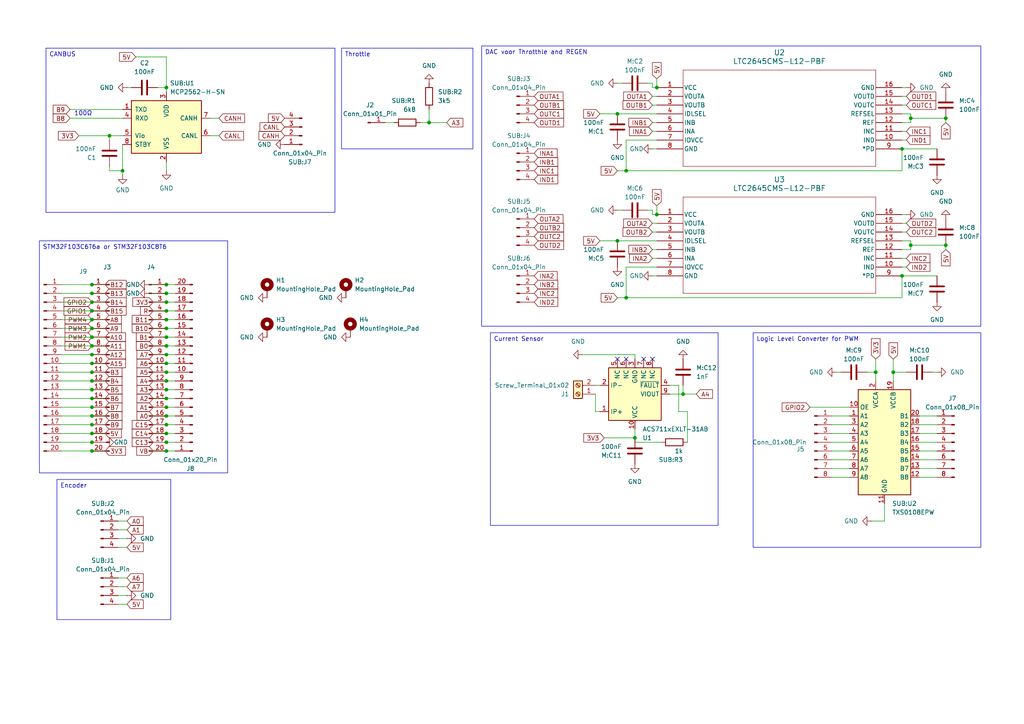
<source format=kicad_sch>
(kicad_sch (version 20231120) (generator "eeschema") (generator_version "8.0")
  (paper "A4")
  (junction (at 26.67 85.09))
  (junction (at 254 107.95))
  (junction (at 48.26 85.09))
  (junction (at 48.26 118.11))
  (junction (at 26.67 102.87))
  (junction (at 181.61 86.36))
  (junction (at 48.26 110.49))
  (junction (at 48.26 120.65))
  (junction (at 26.67 97.79))
  (junction (at 48.26 87.63))
  (junction (at 184.15 127))
  (junction (at 26.67 92.71))
  (junction (at 26.67 107.95))
  (junction (at 48.26 105.41))
  (junction (at 124.46 35.56))
  (junction (at 48.26 125.73))
  (junction (at 26.67 125.73))
  (junction (at 26.67 87.63))
  (junction (at 26.67 82.55))
  (junction (at 48.26 128.27))
  (junction (at 274.32 34.29))
  (junction (at 48.26 95.25))
  (junction (at 264.16 71.12))
  (junction (at 26.67 128.27))
  (junction (at 26.67 118.11))
  (junction (at 259.08 107.95))
  (junction (at 26.67 95.25))
  (junction (at 190.5 62.23))
  (junction (at 26.67 130.81))
  (junction (at 35.56 49.53))
  (junction (at 190.5 25.4))
  (junction (at 48.26 25.4))
  (junction (at 48.26 82.55))
  (junction (at 179.07 33.02))
  (junction (at 179.07 69.85))
  (junction (at 48.26 113.03))
  (junction (at 198.12 114.3))
  (junction (at 261.62 43.18))
  (junction (at 48.26 107.95))
  (junction (at 48.26 100.33))
  (junction (at 48.26 92.71))
  (junction (at 26.67 120.65))
  (junction (at 48.26 102.87))
  (junction (at 26.67 123.19))
  (junction (at 181.61 49.53))
  (junction (at 26.67 115.57))
  (junction (at 274.32 71.12))
  (junction (at 48.26 123.19))
  (junction (at 31.75 39.37))
  (junction (at 48.26 97.79))
  (junction (at 48.26 90.17))
  (junction (at 48.26 130.81))
  (junction (at 26.67 90.17))
  (junction (at 26.67 100.33))
  (junction (at 264.16 34.29))
  (junction (at 26.67 110.49))
  (junction (at 48.26 115.57))
  (junction (at 26.67 105.41))
  (junction (at 26.67 113.03))
  (junction (at 261.62 80.01))
  (no_connect (at 186.69 104.14))
  (no_connect (at 189.23 104.14))
  (no_connect (at 179.07 104.14))
  (no_connect (at 181.61 104.14))
  (wire (pts (xy 172.72 119.38) (xy 173.99 119.38)))
  (wire (pts (xy 26.67 102.87) (xy 30.48 102.87)))
  (wire (pts (xy 44.45 128.27) (xy 48.26 128.27)))
  (wire (pts (xy 190.5 59.69) (xy 190.5 62.23)))
  (wire (pts (xy 50.8 100.33) (xy 48.26 100.33)))
  (wire (pts (xy 17.78 107.95) (xy 26.67 107.95)))
  (wire (pts (xy 60.96 34.29) (xy 63.5 34.29)))
  (wire (pts (xy 252.73 151.13) (xy 256.54 151.13)))
  (wire (pts (xy 271.78 125.73) (xy 266.7 125.73)))
  (wire (pts (xy 179.07 86.36) (xy 181.61 86.36)))
  (wire (pts (xy 189.23 27.94) (xy 190.5 27.94)))
  (wire (pts (xy 254 104.14) (xy 254 107.95)))
  (wire (pts (xy 35.56 49.53) (xy 35.56 50.8)))
  (wire (pts (xy 35.56 49.53) (xy 35.56 41.91)))
  (wire (pts (xy 241.3 133.35) (xy 246.38 133.35)))
  (wire (pts (xy 124.46 31.75) (xy 124.46 35.56)))
  (wire (pts (xy 189.23 62.23) (xy 190.5 62.23)))
  (wire (pts (xy 50.8 113.03) (xy 48.26 113.03)))
  (wire (pts (xy 17.78 85.09) (xy 26.67 85.09)))
  (wire (pts (xy 261.62 80.01) (xy 271.78 80.01)))
  (wire (pts (xy 261.62 86.36) (xy 261.62 80.01)))
  (wire (pts (xy 261.62 43.18) (xy 271.78 43.18)))
  (wire (pts (xy 26.67 100.33) (xy 30.48 100.33)))
  (wire (pts (xy 17.78 87.63) (xy 26.67 87.63)))
  (wire (pts (xy 31.75 40.64) (xy 31.75 39.37)))
  (wire (pts (xy 261.62 49.53) (xy 261.62 43.18)))
  (wire (pts (xy 198.12 111.76) (xy 198.12 114.3)))
  (wire (pts (xy 36.83 153.67) (xy 34.29 153.67)))
  (wire (pts (xy 44.45 87.63) (xy 48.26 87.63)))
  (wire (pts (xy 17.78 125.73) (xy 26.67 125.73)))
  (wire (pts (xy 36.83 151.13) (xy 34.29 151.13)))
  (wire (pts (xy 256.54 151.13) (xy 256.54 146.05)))
  (wire (pts (xy 234.95 118.11) (xy 246.38 118.11)))
  (wire (pts (xy 189.23 25.4) (xy 190.5 25.4)))
  (wire (pts (xy 199.39 119.38) (xy 199.39 128.27)))
  (wire (pts (xy 44.45 123.19) (xy 48.26 123.19)))
  (wire (pts (xy 26.67 107.95) (xy 30.48 107.95)))
  (wire (pts (xy 189.23 67.31) (xy 190.5 67.31)))
  (wire (pts (xy 179.07 33.02) (xy 190.5 33.02)))
  (wire (pts (xy 38.1 25.4) (xy 36.83 25.4)))
  (wire (pts (xy 242.57 107.95) (xy 243.84 107.95)))
  (wire (pts (xy 48.26 16.51) (xy 48.26 25.4)))
  (wire (pts (xy 274.32 71.12) (xy 274.32 72.39)))
  (wire (pts (xy 271.78 130.81) (xy 266.7 130.81)))
  (wire (pts (xy 241.3 135.89) (xy 246.38 135.89)))
  (wire (pts (xy 271.78 128.27) (xy 266.7 128.27)))
  (wire (pts (xy 173.99 111.76) (xy 172.72 111.76)))
  (wire (pts (xy 264.16 72.39) (xy 261.62 72.39)))
  (wire (pts (xy 262.89 25.4) (xy 261.62 25.4)))
  (wire (pts (xy 50.8 107.95) (xy 48.26 107.95)))
  (wire (pts (xy 17.78 110.49) (xy 26.67 110.49)))
  (wire (pts (xy 17.78 90.17) (xy 26.67 90.17)))
  (wire (pts (xy 44.45 110.49) (xy 48.26 110.49)))
  (wire (pts (xy 17.78 118.11) (xy 26.67 118.11)))
  (wire (pts (xy 262.89 107.95) (xy 259.08 107.95)))
  (wire (pts (xy 241.3 138.43) (xy 246.38 138.43)))
  (wire (pts (xy 31.75 48.26) (xy 31.75 49.53)))
  (wire (pts (xy 179.07 69.85) (xy 190.5 69.85)))
  (wire (pts (xy 181.61 77.47) (xy 190.5 77.47)))
  (wire (pts (xy 50.8 97.79) (xy 48.26 97.79)))
  (wire (pts (xy 36.83 172.72) (xy 34.29 172.72)))
  (wire (pts (xy 26.67 123.19) (xy 30.48 123.19)))
  (wire (pts (xy 26.67 115.57) (xy 30.48 115.57)))
  (wire (pts (xy 274.32 34.29) (xy 274.32 35.56)))
  (wire (pts (xy 26.67 120.65) (xy 30.48 120.65)))
  (wire (pts (xy 271.78 133.35) (xy 266.7 133.35)))
  (wire (pts (xy 261.62 33.02) (xy 264.16 33.02)))
  (wire (pts (xy 36.83 175.26) (xy 34.29 175.26)))
  (wire (pts (xy 50.8 125.73) (xy 48.26 125.73)))
  (wire (pts (xy 184.15 124.46) (xy 184.15 127)))
  (wire (pts (xy 43.18 82.55) (xy 48.26 82.55)))
  (wire (pts (xy 50.8 123.19) (xy 48.26 123.19)))
  (wire (pts (xy 17.78 100.33) (xy 26.67 100.33)))
  (wire (pts (xy 189.23 35.56) (xy 190.5 35.56)))
  (wire (pts (xy 17.78 120.65) (xy 26.67 120.65)))
  (wire (pts (xy 17.78 113.03) (xy 26.67 113.03)))
  (wire (pts (xy 271.78 138.43) (xy 266.7 138.43)))
  (wire (pts (xy 17.78 102.87) (xy 26.67 102.87)))
  (wire (pts (xy 274.32 71.12) (xy 264.16 71.12)))
  (wire (pts (xy 181.61 86.36) (xy 261.62 86.36)))
  (wire (pts (xy 261.62 69.85) (xy 264.16 69.85)))
  (wire (pts (xy 181.61 40.64) (xy 190.5 40.64)))
  (wire (pts (xy 184.15 104.14) (xy 184.15 102.87)))
  (wire (pts (xy 184.15 128.27) (xy 191.77 128.27)))
  (wire (pts (xy 26.67 105.41) (xy 30.48 105.41)))
  (wire (pts (xy 48.26 49.53) (xy 48.26 46.99)))
  (wire (pts (xy 50.8 85.09) (xy 48.26 85.09)))
  (wire (pts (xy 187.96 60.96) (xy 189.23 60.96)))
  (wire (pts (xy 34.29 170.18) (xy 36.83 170.18)))
  (wire (pts (xy 173.99 33.02) (xy 179.07 33.02)))
  (wire (pts (xy 179.07 60.96) (xy 180.34 60.96)))
  (wire (pts (xy 259.08 107.95) (xy 259.08 110.49)))
  (wire (pts (xy 17.78 95.25) (xy 26.67 95.25)))
  (wire (pts (xy 172.72 114.3) (xy 172.72 119.38)))
  (wire (pts (xy 184.15 128.27) (xy 184.15 127)))
  (wire (pts (xy 34.29 158.75) (xy 36.83 158.75)))
  (wire (pts (xy 17.78 123.19) (xy 26.67 123.19)))
  (wire (pts (xy 189.23 43.18) (xy 190.5 43.18)))
  (wire (pts (xy 241.3 125.73) (xy 246.38 125.73)))
  (wire (pts (xy 44.45 105.41) (xy 48.26 105.41)))
  (wire (pts (xy 251.46 107.95) (xy 254 107.95)))
  (wire (pts (xy 261.62 74.93) (xy 262.89 74.93)))
  (wire (pts (xy 189.23 74.93) (xy 190.5 74.93)))
  (wire (pts (xy 26.67 95.25) (xy 30.48 95.25)))
  (wire (pts (xy 50.8 105.41) (xy 48.26 105.41)))
  (wire (pts (xy 26.67 90.17) (xy 30.48 90.17)))
  (wire (pts (xy 261.62 38.1) (xy 262.89 38.1)))
  (wire (pts (xy 181.61 77.47) (xy 181.61 86.36)))
  (wire (pts (xy 31.75 49.53) (xy 35.56 49.53)))
  (wire (pts (xy 114.3 35.56) (xy 111.76 35.56)))
  (wire (pts (xy 17.78 82.55) (xy 26.67 82.55)))
  (wire (pts (xy 44.45 125.73) (xy 48.26 125.73)))
  (wire (pts (xy 44.45 90.17) (xy 48.26 90.17)))
  (wire (pts (xy 189.23 64.77) (xy 190.5 64.77)))
  (wire (pts (xy 241.3 120.65) (xy 246.38 120.65)))
  (wire (pts (xy 43.18 85.09) (xy 48.26 85.09)))
  (wire (pts (xy 26.67 87.63) (xy 30.48 87.63)))
  (wire (pts (xy 129.54 35.56) (xy 124.46 35.56)))
  (wire (pts (xy 264.16 34.29) (xy 264.16 35.56)))
  (wire (pts (xy 189.23 60.96) (xy 189.23 62.23)))
  (wire (pts (xy 175.26 127) (xy 184.15 127)))
  (wire (pts (xy 17.78 92.71) (xy 26.67 92.71)))
  (wire (pts (xy 190.5 22.86) (xy 190.5 25.4)))
  (wire (pts (xy 241.3 130.81) (xy 246.38 130.81)))
  (wire (pts (xy 50.8 82.55) (xy 48.26 82.55)))
  (wire (pts (xy 44.45 100.33) (xy 48.26 100.33)))
  (wire (pts (xy 26.67 118.11) (xy 30.48 118.11)))
  (wire (pts (xy 44.45 115.57) (xy 48.26 115.57)))
  (wire (pts (xy 168.91 102.87) (xy 184.15 102.87)))
  (wire (pts (xy 50.8 120.65) (xy 48.26 120.65)))
  (wire (pts (xy 17.78 128.27) (xy 26.67 128.27)))
  (wire (pts (xy 196.85 111.76) (xy 196.85 119.38)))
  (wire (pts (xy 17.78 97.79) (xy 26.67 97.79)))
  (wire (pts (xy 20.32 34.29) (xy 35.56 34.29)))
  (wire (pts (xy 26.67 85.09) (xy 30.48 85.09)))
  (wire (pts (xy 44.45 120.65) (xy 48.26 120.65)))
  (wire (pts (xy 189.23 24.13) (xy 189.23 25.4)))
  (wire (pts (xy 44.45 107.95) (xy 48.26 107.95)))
  (wire (pts (xy 44.45 95.25) (xy 48.26 95.25)))
  (wire (pts (xy 271.78 120.65) (xy 266.7 120.65)))
  (wire (pts (xy 34.29 167.64) (xy 36.83 167.64)))
  (wire (pts (xy 261.62 40.64) (xy 262.89 40.64)))
  (wire (pts (xy 271.78 107.95) (xy 270.51 107.95)))
  (wire (pts (xy 264.16 33.02) (xy 264.16 34.29)))
  (wire (pts (xy 17.78 130.81) (xy 26.67 130.81)))
  (wire (pts (xy 50.8 102.87) (xy 48.26 102.87)))
  (wire (pts (xy 254 107.95) (xy 254 110.49)))
  (wire (pts (xy 261.62 77.47) (xy 262.89 77.47)))
  (wire (pts (xy 189.23 72.39) (xy 190.5 72.39)))
  (wire (pts (xy 264.16 71.12) (xy 264.16 72.39)))
  (wire (pts (xy 60.96 39.37) (xy 63.5 39.37)))
  (wire (pts (xy 50.8 90.17) (xy 48.26 90.17)))
  (wire (pts (xy 48.26 26.67) (xy 48.26 25.4)))
  (wire (pts (xy 50.8 110.49) (xy 48.26 110.49)))
  (wire (pts (xy 241.3 123.19) (xy 246.38 123.19)))
  (wire (pts (xy 50.8 92.71) (xy 48.26 92.71)))
  (wire (pts (xy 259.08 104.14) (xy 259.08 107.95)))
  (wire (pts (xy 44.45 92.71) (xy 48.26 92.71)))
  (wire (pts (xy 187.96 24.13) (xy 189.23 24.13)))
  (wire (pts (xy 26.67 130.81) (xy 30.48 130.81)))
  (wire (pts (xy 181.61 49.53) (xy 261.62 49.53)))
  (wire (pts (xy 189.23 38.1) (xy 190.5 38.1)))
  (wire (pts (xy 189.23 80.01) (xy 190.5 80.01)))
  (wire (pts (xy 274.32 34.29) (xy 264.16 34.29)))
  (wire (pts (xy 26.67 128.27) (xy 30.48 128.27)))
  (wire (pts (xy 44.45 102.87) (xy 48.26 102.87)))
  (wire (pts (xy 261.62 30.48) (xy 262.89 30.48)))
  (wire (pts (xy 26.67 113.03) (xy 30.48 113.03)))
  (wire (pts (xy 179.07 24.13) (xy 180.34 24.13)))
  (wire (pts (xy 31.75 39.37) (xy 35.56 39.37)))
  (wire (pts (xy 26.67 92.71) (xy 30.48 92.71)))
  (wire (pts (xy 189.23 30.48) (xy 190.5 30.48)))
  (wire (pts (xy 262.89 62.23) (xy 261.62 62.23)))
  (wire (pts (xy 44.45 113.03) (xy 48.26 113.03)))
  (wire (pts (xy 50.8 87.63) (xy 48.26 87.63)))
  (wire (pts (xy 26.67 125.73) (xy 30.48 125.73)))
  (wire (pts (xy 173.99 69.85) (xy 179.07 69.85)))
  (wire (pts (xy 194.31 111.76) (xy 196.85 111.76)))
  (wire (pts (xy 34.29 156.21) (xy 36.83 156.21)))
  (wire (pts (xy 26.67 82.55) (xy 30.48 82.55)))
  (wire (pts (xy 261.62 67.31) (xy 262.89 67.31)))
  (wire (pts (xy 20.32 31.75) (xy 35.56 31.75)))
  (wire (pts (xy 44.45 97.79) (xy 48.26 97.79)))
  (wire (pts (xy 22.86 39.37) (xy 31.75 39.37)))
  (wire (pts (xy 50.8 128.27) (xy 48.26 128.27)))
  (wire (pts (xy 261.62 27.94) (xy 262.89 27.94)))
  (wire (pts (xy 271.78 135.89) (xy 266.7 135.89)))
  (wire (pts (xy 50.8 130.81) (xy 48.26 130.81)))
  (wire (pts (xy 261.62 64.77) (xy 262.89 64.77)))
  (wire (pts (xy 26.67 110.49) (xy 30.48 110.49)))
  (wire (pts (xy 39.37 16.51) (xy 48.26 16.51)))
  (wire (pts (xy 26.67 97.79) (xy 30.48 97.79)))
  (wire (pts (xy 194.31 114.3) (xy 198.12 114.3)))
  (wire (pts (xy 179.07 49.53) (xy 181.61 49.53)))
  (wire (pts (xy 196.85 119.38) (xy 199.39 119.38)))
  (wire (pts (xy 50.8 118.11) (xy 48.26 118.11)))
  (wire (pts (xy 241.3 128.27) (xy 246.38 128.27)))
  (wire (pts (xy 121.92 35.56) (xy 124.46 35.56)))
  (wire (pts (xy 198.12 114.3) (xy 201.93 114.3)))
  (wire (pts (xy 17.78 105.41) (xy 26.67 105.41)))
  (wire (pts (xy 181.61 40.64) (xy 181.61 49.53)))
  (wire (pts (xy 44.45 130.81) (xy 48.26 130.81)))
  (wire (pts (xy 50.8 95.25) (xy 48.26 95.25)))
  (wire (pts (xy 44.45 118.11) (xy 48.26 118.11)))
  (wire (pts (xy 50.8 115.57) (xy 48.26 115.57)))
  (wire (pts (xy 45.72 25.4) (xy 48.26 25.4)))
  (wire (pts (xy 271.78 123.19) (xy 266.7 123.19)))
  (wire (pts (xy 17.78 115.57) (xy 26.67 115.57)))
  (wire (pts (xy 264.16 35.56) (xy 261.62 35.56)))
  (wire (pts (xy 264.16 69.85) (xy 264.16 71.12)))
  (text_box "Encoder" (at 16.51 139.065 0) (size 33.02 40.64) (effects (font (size 1.27 1.27)) (justify left top)))
  (text_box "DAC voor Throtthle and REGEN" (at 139.7 13.335 0) (size 144.78 81.28) (effects (font (size 1.27 1.27)) (justify left top)))
  (text_box "Current Sensor" (at 142.24 96.52 0) (size 66.04 55.88) (effects (font (size 1.27 1.27)) (justify left top)))
  (text_box "CANBUS\n" (at 13.335 13.97 0) (size 83.82 47.625) (effects (font (size 1.27 1.27)) (justify left top)))
  (text_box "STM32F103C6T6a or STM32F103C8T6" (at 11.43 69.85 0) (size 54.61 67.31) (effects (font (size 1.27 1.27)) (justify left top)))
  (text_box "Throttle\n" (at 99.06 13.97 0) (size 38.1 29.21) (effects (font (size 1.27 1.27)) (justify left top)))
  (text_box "Logic Level Converter for PWM" (at 218.44 96.52 0) (size 66.04 62.23) (effects (font (size 1.27 1.27)) (justify left top)))
  (text "100Ω" (at 24.13 33.02 0) (effects (font (size 1.27 1.27))))
  (global_label "OUTC2" (shape input) (at 154.94 68.58 0) (property "Intersheetrefs" "${INTERSHEET_REFS}" (effects (hide yes))))
  (global_label "3V3" (shape input) (at 175.26 127 180) (property "Intersheetrefs" "${INTERSHEET_REFS}" (effects (hide yes))))
  (global_label "B13" (shape input) (at 30.48 85.09 0) (property "Intersheetrefs" "${INTERSHEET_REFS}" (effects (hide yes))))
  (global_label "A9" (shape input) (at 30.48 95.25 0) (property "Intersheetrefs" "${INTERSHEET_REFS}" (effects (hide yes))))
  (global_label "IND1" (shape input) (at 262.89 40.64 0) (property "Intersheetrefs" "${INTERSHEET_REFS}" (effects (hide yes))))
  (global_label "B0" (shape input) (at 44.45 100.33 180) (property "Intersheetrefs" "${INTERSHEET_REFS}" (effects (hide yes))))
  (global_label "INA2" (shape input) (at 189.23 74.93 180) (property "Intersheetrefs" "${INTERSHEET_REFS}" (effects (hide yes))))
  (global_label "PWM3" (shape input) (at 26.67 95.25 180) (property "Intersheetrefs" "${INTERSHEET_REFS}" (effects (hide yes))))
  (global_label "OUTA2" (shape input) (at 154.94 63.5 0) (property "Intersheetrefs" "${INTERSHEET_REFS}" (effects (hide yes))))
  (global_label "5V" (shape input) (at 274.32 72.39 270) (property "Intersheetrefs" "${INTERSHEET_REFS}" (effects (hide yes))))
  (global_label "A3" (shape input) (at 44.45 113.03 180) (property "Intersheetrefs" "${INTERSHEET_REFS}" (effects (hide yes))))
  (global_label "A7" (shape input) (at 36.83 170.18 0) (property "Intersheetrefs" "${INTERSHEET_REFS}" (effects (hide yes))))
  (global_label "OUTD1" (shape input) (at 262.89 27.94 0) (property "Intersheetrefs" "${INTERSHEET_REFS}" (effects (hide yes))))
  (global_label "CANL" (shape input) (at 82.55 36.83 180) (property "Intersheetrefs" "${INTERSHEET_REFS}" (effects (hide yes))))
  (global_label "5V" (shape input) (at 274.32 35.56 270) (property "Intersheetrefs" "${INTERSHEET_REFS}" (effects (hide yes))))
  (global_label "OUTB1" (shape input) (at 154.94 30.48 0) (property "Intersheetrefs" "${INTERSHEET_REFS}" (effects (hide yes))))
  (global_label "OUTB2" (shape input) (at 189.23 67.31 180) (property "Intersheetrefs" "${INTERSHEET_REFS}" (effects (hide yes))))
  (global_label "IND2" (shape input) (at 262.89 77.47 0) (property "Intersheetrefs" "${INTERSHEET_REFS}" (effects (hide yes))))
  (global_label "5V" (shape input) (at 36.83 158.75 0) (property "Intersheetrefs" "${INTERSHEET_REFS}" (effects (hide yes))))
  (global_label "OUTB2" (shape input) (at 154.94 66.04 0) (property "Intersheetrefs" "${INTERSHEET_REFS}" (effects (hide yes))))
  (global_label "A1" (shape input) (at 36.83 153.67 0) (property "Intersheetrefs" "${INTERSHEET_REFS}" (effects (hide yes))))
  (global_label "OUTD2" (shape input) (at 154.94 71.12 0) (property "Intersheetrefs" "${INTERSHEET_REFS}" (effects (hide yes))))
  (global_label "PWM2" (shape input) (at 26.67 97.79 180) (property "Intersheetrefs" "${INTERSHEET_REFS}" (effects (hide yes))))
  (global_label "OUTD1" (shape input) (at 154.94 35.56 0) (property "Intersheetrefs" "${INTERSHEET_REFS}" (effects (hide yes))))
  (global_label "3V3" (shape input) (at 44.45 87.63 180) (property "Intersheetrefs" "${INTERSHEET_REFS}" (effects (hide yes))))
  (global_label "INB2" (shape input) (at 189.23 72.39 180) (property "Intersheetrefs" "${INTERSHEET_REFS}" (effects (hide yes))))
  (global_label "B12" (shape input) (at 30.48 82.55 0) (property "Intersheetrefs" "${INTERSHEET_REFS}" (effects (hide yes))))
  (global_label "A2" (shape input) (at 44.45 115.57 180) (property "Intersheetrefs" "${INTERSHEET_REFS}" (effects (hide yes))))
  (global_label "A0" (shape input) (at 44.45 120.65 180) (property "Intersheetrefs" "${INTERSHEET_REFS}" (effects (hide yes))))
  (global_label "5V" (shape input) (at 82.55 34.29 180) (property "Intersheetrefs" "${INTERSHEET_REFS}" (effects (hide yes))))
  (global_label "VB" (shape input) (at 44.45 130.81 180) (property "Intersheetrefs" "${INTERSHEET_REFS}" (effects (hide yes))))
  (global_label "CANH" (shape input) (at 82.55 39.37 180) (property "Intersheetrefs" "${INTERSHEET_REFS}" (effects (hide yes))))
  (global_label "A6" (shape input) (at 44.45 105.41 180) (property "Intersheetrefs" "${INTERSHEET_REFS}" (effects (hide yes))))
  (global_label "OUTB1" (shape input) (at 189.23 30.48 180) (property "Intersheetrefs" "${INTERSHEET_REFS}" (effects (hide yes))))
  (global_label "IND1" (shape input) (at 154.94 52.07 0) (property "Intersheetrefs" "${INTERSHEET_REFS}" (effects (hide yes))))
  (global_label "OUTD2" (shape input) (at 262.89 64.77 0) (property "Intersheetrefs" "${INTERSHEET_REFS}" (effects (hide yes))))
  (global_label "OUTA1" (shape input) (at 189.23 27.94 180) (property "Intersheetrefs" "${INTERSHEET_REFS}" (effects (hide yes))))
  (global_label "5V" (shape input) (at 179.07 49.53 180) (property "Intersheetrefs" "${INTERSHEET_REFS}" (effects (hide yes))))
  (global_label "GPIO2" (shape input) (at 26.67 87.63 180) (property "Intersheetrefs" "${INTERSHEET_REFS}" (effects (hide yes))))
  (global_label "GPIO2" (shape input) (at 234.95 118.11 180) (property "Intersheetrefs" "${INTERSHEET_REFS}" (effects (hide yes))))
  (global_label "A0" (shape input) (at 36.83 151.13 0) (property "Intersheetrefs" "${INTERSHEET_REFS}" (effects (hide yes))))
  (global_label "A5" (shape input) (at 44.45 107.95 180) (property "Intersheetrefs" "${INTERSHEET_REFS}" (effects (hide yes))))
  (global_label "3V3" (shape input) (at 30.48 130.81 0) (property "Intersheetrefs" "${INTERSHEET_REFS}" (effects (hide yes))))
  (global_label "B9" (shape input) (at 20.32 31.75 180) (property "Intersheetrefs" "${INTERSHEET_REFS}" (effects (hide yes))))
  (global_label "B8" (shape input) (at 20.32 34.29 180) (property "Intersheetrefs" "${INTERSHEET_REFS}" (effects (hide yes))))
  (global_label "OUTA2" (shape input) (at 189.23 64.77 180) (property "Intersheetrefs" "${INTERSHEET_REFS}" (effects (hide yes))))
  (global_label "INA2" (shape input) (at 154.94 80.01 0) (property "Intersheetrefs" "${INTERSHEET_REFS}" (effects (hide yes))))
  (global_label "A3" (shape input) (at 129.54 35.56 0) (property "Intersheetrefs" "${INTERSHEET_REFS}" (effects (hide yes))))
  (global_label "INC2" (shape input) (at 154.94 85.09 0) (property "Intersheetrefs" "${INTERSHEET_REFS}" (effects (hide yes))))
  (global_label "5V" (shape input) (at 179.07 86.36 180) (property "Intersheetrefs" "${INTERSHEET_REFS}" (effects (hide yes))))
  (global_label "INC1" (shape input) (at 262.89 38.1 0) (property "Intersheetrefs" "${INTERSHEET_REFS}" (effects (hide yes))))
  (global_label "IND2" (shape input) (at 154.94 87.63 0) (property "Intersheetrefs" "${INTERSHEET_REFS}" (effects (hide yes))))
  (global_label "PWM4" (shape input) (at 26.67 92.71 180) (property "Intersheetrefs" "${INTERSHEET_REFS}" (effects (hide yes))))
  (global_label "B7" (shape input) (at 30.48 118.11 0) (property "Intersheetrefs" "${INTERSHEET_REFS}" (effects (hide yes))))
  (global_label "B15" (shape input) (at 30.48 90.17 0) (property "Intersheetrefs" "${INTERSHEET_REFS}" (effects (hide yes))))
  (global_label "B6" (shape input) (at 30.48 115.57 0) (property "Intersheetrefs" "${INTERSHEET_REFS}" (effects (hide yes))))
  (global_label "INB1" (shape input) (at 154.94 46.99 0) (property "Intersheetrefs" "${INTERSHEET_REFS}" (effects (hide yes))))
  (global_label "INC1" (shape input) (at 154.94 49.53 0) (property "Intersheetrefs" "${INTERSHEET_REFS}" (effects (hide yes))))
  (global_label "5V" (shape input) (at 173.99 33.02 180) (property "Intersheetrefs" "${INTERSHEET_REFS}" (effects (hide yes))))
  (global_label "B10" (shape input) (at 44.45 95.25 180) (property "Intersheetrefs" "${INTERSHEET_REFS}" (effects (hide yes))))
  (global_label "A4" (shape input) (at 201.93 114.3 0) (property "Intersheetrefs" "${INTERSHEET_REFS}" (effects (hide yes))))
  (global_label "A10" (shape input) (at 30.48 97.79 0) (property "Intersheetrefs" "${INTERSHEET_REFS}" (effects (hide yes))))
  (global_label "INB2" (shape input) (at 154.94 82.55 0) (property "Intersheetrefs" "${INTERSHEET_REFS}" (effects (hide yes))))
  (global_label "OUTA1" (shape input) (at 154.94 27.94 0) (property "Intersheetrefs" "${INTERSHEET_REFS}" (effects (hide yes))))
  (global_label "R" (shape input) (at 44.45 90.17 180) (property "Intersheetrefs" "${INTERSHEET_REFS}" (effects (hide yes))))
  (global_label "C13" (shape input) (at 44.45 128.27 180) (property "Intersheetrefs" "${INTERSHEET_REFS}" (effects (hide yes))))
  (global_label "PWM1" (shape input) (at 26.67 100.33 180) (property "Intersheetrefs" "${INTERSHEET_REFS}" (effects (hide yes))))
  (global_label "A11" (shape input) (at 30.48 100.33 0) (property "Intersheetrefs" "${INTERSHEET_REFS}" (effects (hide yes))))
  (global_label "3V3" (shape input) (at 254 104.14 90) (property "Intersheetrefs" "${INTERSHEET_REFS}" (effects (hide yes))))
  (global_label "5V" (shape input) (at 39.37 16.51 180) (property "Intersheetrefs" "${INTERSHEET_REFS}" (effects (hide yes))))
  (global_label "INB1" (shape input) (at 189.23 35.56 180) (property "Intersheetrefs" "${INTERSHEET_REFS}" (effects (hide yes))))
  (global_label "B5" (shape input) (at 30.48 113.03 0) (property "Intersheetrefs" "${INTERSHEET_REFS}" (effects (hide yes))))
  (global_label "INC2" (shape input) (at 262.89 74.93 0) (property "Intersheetrefs" "${INTERSHEET_REFS}" (effects (hide yes))))
  (global_label "C14" (shape input) (at 44.45 125.73 180) (property "Intersheetrefs" "${INTERSHEET_REFS}" (effects (hide yes))))
  (global_label "5V" (shape input) (at 190.5 22.86 90) (property "Intersheetrefs" "${INTERSHEET_REFS}" (effects (hide yes))))
  (global_label "INA1" (shape input) (at 189.23 38.1 180) (property "Intersheetrefs" "${INTERSHEET_REFS}" (effects (hide yes))))
  (global_label "C15" (shape input) (at 44.45 123.19 180) (property "Intersheetrefs" "${INTERSHEET_REFS}" (effects (hide yes))))
  (global_label "A15" (shape input) (at 30.48 105.41 0) (property "Intersheetrefs" "${INTERSHEET_REFS}" (effects (hide yes))))
  (global_label "A1" (shape input) (at 44.45 118.11 180) (property "Intersheetrefs" "${INTERSHEET_REFS}" (effects (hide yes))))
  (global_label "B14" (shape input) (at 30.48 87.63 0) (property "Intersheetrefs" "${INTERSHEET_REFS}" (effects (hide yes))))
  (global_label "B3" (shape input) (at 30.48 107.95 0) (property "Intersheetrefs" "${INTERSHEET_REFS}" (effects (hide yes))))
  (global_label "CANL" (shape input) (at 63.5 39.37 0) (property "Intersheetrefs" "${INTERSHEET_REFS}" (effects (hide yes))))
  (global_label "CANH" (shape input) (at 63.5 34.29 0) (property "Intersheetrefs" "${INTERSHEET_REFS}" (effects (hide yes))))
  (global_label "A12" (shape input) (at 30.48 102.87 0) (property "Intersheetrefs" "${INTERSHEET_REFS}" (effects (hide yes))))
  (global_label "5V" (shape input) (at 30.48 125.73 0) (property "Intersheetrefs" "${INTERSHEET_REFS}" (effects (hide yes))))
  (global_label "B9" (shape input) (at 30.48 123.19 0) (property "Intersheetrefs" "${INTERSHEET_REFS}" (effects (hide yes))))
  (global_label "3V3" (shape input) (at 22.86 39.37 180) (property "Intersheetrefs" "${INTERSHEET_REFS}" (effects (hide yes))))
  (global_label "B1" (shape input) (at 44.45 97.79 180) (property "Intersheetrefs" "${INTERSHEET_REFS}" (effects (hide yes))))
  (global_label "OUTC1" (shape input) (at 262.89 30.48 0) (property "Intersheetrefs" "${INTERSHEET_REFS}" (effects (hide yes))))
  (global_label "GPIO1" (shape input) (at 26.67 90.17 180) (property "Intersheetrefs" "${INTERSHEET_REFS}" (effects (hide yes))))
  (global_label "INA1" (shape input) (at 154.94 44.45 0) (property "Intersheetrefs" "${INTERSHEET_REFS}" (effects (hide yes))))
  (global_label "B8" (shape input) (at 30.48 120.65 0) (property "Intersheetrefs" "${INTERSHEET_REFS}" (effects (hide yes))))
  (global_label "OUTC2" (shape input) (at 262.89 67.31 0) (property "Intersheetrefs" "${INTERSHEET_REFS}" (effects (hide yes))))
  (global_label "A8" (shape input) (at 30.48 92.71 0) (property "Intersheetrefs" "${INTERSHEET_REFS}" (effects (hide yes))))
  (global_label "5V" (shape input) (at 36.83 175.26 0) (property "Intersheetrefs" "${INTERSHEET_REFS}" (effects (hide yes))))
  (global_label "A6" (shape input) (at 36.83 167.64 0) (property "Intersheetrefs" "${INTERSHEET_REFS}" (effects (hide yes))))
  (global_label "OUTC1" (shape input) (at 154.94 33.02 0) (property "Intersheetrefs" "${INTERSHEET_REFS}" (effects (hide yes))))
  (global_label "A7" (shape input) (at 44.45 102.87 180) (property "Intersheetrefs" "${INTERSHEET_REFS}" (effects (hide yes))))
  (global_label "5V" (shape input) (at 190.5 59.69 90) (property "Intersheetrefs" "${INTERSHEET_REFS}" (effects (hide yes))))
  (global_label "B4" (shape input) (at 30.48 110.49 0) (property "Intersheetrefs" "${INTERSHEET_REFS}" (effects (hide yes))))
  (global_label "A4" (shape input) (at 44.45 110.49 180) (property "Intersheetrefs" "${INTERSHEET_REFS}" (effects (hide yes))))
  (global_label "5V" (shape input) (at 259.08 104.14 90) (property "Intersheetrefs" "${INTERSHEET_REFS}" (effects (hide yes))))
  (global_label "5V" (shape input) (at 173.99 69.85 180) (property "Intersheetrefs" "${INTERSHEET_REFS}" (effects (hide yes))))
  (global_label "B11" (shape input) (at 44.45 92.71 180) (property "Intersheetrefs" "${INTERSHEET_REFS}" (effects (hide yes))))
  (symbol (lib_id "power:GND") (at 179.07 60.96 270) (unit 1)
    (property "Reference" "#PWR019" (effects (hide yes)))
    (property "Value" "GND" (at 175.26 60.9599 90) (effects (justify right)))
    (property "Description" "Power symbol creates a global label with name \"GND\" , ground" (effects (hide yes)))
  )
  (symbol (lib_id "Connector:Conn_01x04_Pin") (at 87.63 39.37 180) (unit 1)
    (property "Reference" "SUB:J7" (at 86.995 46.99 0))
    (property "Value" "Conn_01x04_Pin" (at 86.995 44.45 0))
    (property "Footprint" "Connector_PinHeader_2.54mm:PinHeader_1x04_P2.54mm_Vertical" (effects (hide yes)))
    (property "Description" "Generic connector, single row, 01x04, script generated" (effects (hide yes)))
  )
  (symbol (lib_id "power:GND") (at 101.6 97.79 270) (unit 1)
    (property "Reference" "#PWR030" (effects (hide yes)))
    (property "Value" "GND" (at 97.79 97.7899 90) (effects (justify right)))
    (property "Description" "Power symbol creates a global label with name \"GND\" , ground" (effects (hide yes)))
  )
  (symbol (lib_id "2024-10-19_12-47-35:LTC2645CMS-L12-PBF") (at 190.5 25.4 0) (unit 1)
    (property "Reference" "U2" (at 226.06 15.24 0) (effects (font (size 1.524 1.524))))
    (property "Value" "LTC2645CMS-L12-PBF" (at 226.06 17.78 0) (effects (font (size 1.524 1.524))))
    (property "Footprint" "RTR_Library:SOP50P490X110-16N" (effects (hide yes)))
    (property "Datasheet" "LTC2645CMS-L12-PBF" (effects (hide yes)))
  )
  (symbol (lib_id "power:GND") (at 262.89 62.23 90) (mirror x) (unit 1)
    (property "Reference" "#PWR021" (effects (hide yes)))
    (property "Value" "GND" (at 266.7 62.2299 90) (effects (justify right)))
    (property "Description" "Power symbol creates a global label with name \"GND\" , ground" (effects (hide yes)))
  )
  (symbol (lib_id "power:GND") (at 271.78 107.95 90) (mirror x) (unit 1)
    (property "Reference" "#PWR024" (effects (hide yes)))
    (property "Value" "GND" (at 275.59 107.9499 90) (effects (justify right)))
    (property "Description" "Power symbol creates a global label with name \"GND\" , ground" (effects (hide yes)))
  )
  (symbol (lib_id "Device:C") (at 31.75 44.45 180) (unit 1)
    (property "Reference" "C1" (at 27.94 45.7201 0) (effects (justify left)))
    (property "Value" "100nF" (at 27.94 43.1801 0) (effects (justify left)))
    (property "Footprint" "Capacitor_SMD:C_0603_1608Metric_Pad1.08x0.95mm_HandSolder" (effects (hide yes)))
    (property "Description" "Unpolarized capacitor" (effects (hide yes)))
  )
  (symbol (lib_id "Connector:Conn_01x08_Pin") (at 236.22 128.27 0) (unit 1)
    (property "Reference" "J5" (at 232.156 130.302 0))
    (property "Value" "Conn_01x08_Pin" (at 226.06 128.27 0))
    (property "Footprint" "Connector_PinHeader_2.54mm:PinHeader_1x08_P2.54mm_Vertical" (effects (hide yes)))
    (property "Description" "Generic connector, single row, 01x08, script generated" (effects (hide yes)))
  )
  (symbol (lib_id "Device:C") (at 184.15 130.81 0) (unit 1)
    (property "Reference" "M:C11" (at 180.34 132.0801 0) (effects (justify right)))
    (property "Value" "100nF" (at 180.34 129.5401 0) (effects (justify right)))
    (property "Footprint" "Capacitor_SMD:C_0603_1608Metric_Pad1.08x0.95mm_HandSolder" (effects (hide yes)))
    (property "Description" "Unpolarized capacitor" (effects (hide yes)))
  )
  (symbol (lib_id "Mechanical:MountingHole_Pad") (at 77.47 95.25 0) (unit 1) (exclude_from_sim yes) (in_bom no)
    (property "Reference" "H3" (at 80.01 92.7099 0) (effects (justify left)))
    (property "Value" "MountingHole_Pad" (at 80.01 95.2499 0) (effects (justify left)))
    (property "Footprint" "MountingHole:MountingHole_2.2mm_M2_Pad" (effects (hide yes)))
    (property "Description" "Mounting Hole with connection" (effects (hide yes)))
  )
  (symbol (lib_id "power:GND") (at 77.47 97.79 270) (unit 1)
    (property "Reference" "#PWR031" (effects (hide yes)))
    (property "Value" "GND" (at 73.66 97.7899 90) (effects (justify right)))
    (property "Description" "Power symbol creates a global label with name \"GND\" , ground" (effects (hide yes)))
  )
  (symbol (lib_id "Device:C") (at 41.91 25.4 90) (unit 1)
    (property "Reference" "C2" (at 41.91 18.288 90))
    (property "Value" "100nF" (at 41.91 20.828 90))
    (property "Footprint" "Capacitor_SMD:C_0603_1608Metric_Pad1.08x0.95mm_HandSolder" (effects (hide yes)))
    (property "Description" "Unpolarized capacitor" (effects (hide yes)))
  )
  (symbol (lib_id "power:GND") (at 179.07 77.47 0) (unit 1)
    (property "Reference" "#PWR014" (effects (hide yes)))
    (property "Value" "GND" (at 179.07 82.55 0))
    (property "Description" "Power symbol creates a global label with name \"GND\" , ground" (effects (hide yes)))
  )
  (symbol (lib_id "Logic_LevelTranslator:TXS0108EPW") (at 256.54 128.27 0) (unit 1)
    (property "Reference" "SUB:U2" (at 258.7341 146.05 0) (effects (justify left)))
    (property "Value" "TXS0108EPW" (at 258.7341 148.59 0) (effects (justify left)))
    (property "Footprint" "Package_SO:TSSOP-20_4.4x6.5mm_P0.65mm" (effects (hide yes)))
    (property "Datasheet" "www.ti.com/lit/ds/symlink/txs0108e.pdf" (effects (hide yes)))
    (property "Description" "Bidirectional  level-shifting voltage translator, TSSOP-20" (effects (hide yes)))
  )
  (symbol (lib_id "power:GND") (at 198.12 104.14 180) (unit 1)
    (property "Reference" "#PWR026" (effects (hide yes)))
    (property "Value" "GND" (at 198.12 99.06 0))
    (property "Description" "Power symbol creates a global label with name \"GND\" , ground" (effects (hide yes)))
  )
  (symbol (lib_id "Connector:Conn_01x08_Pin") (at 276.86 128.27 0) (mirror y) (unit 1)
    (property "Reference" "J7" (at 276.225 115.57 0))
    (property "Value" "Conn_01x08_Pin" (at 276.225 118.11 0))
    (property "Footprint" "Connector_PinHeader_2.54mm:PinHeader_1x08_P2.54mm_Vertical" (effects (hide yes)))
    (property "Description" "Generic connector, single row, 01x08, script generated" (effects (hide yes)))
  )
  (symbol (lib_id "Device:C") (at 247.65 107.95 270) (unit 1)
    (property "Reference" "M:C9" (at 247.65 101.6 90))
    (property "Value" "100nF" (at 247.65 104.14 90))
    (property "Footprint" "Capacitor_SMD:C_0603_1608Metric_Pad1.08x0.95mm_HandSolder" (effects (hide yes)))
    (property "Description" "Unpolarized capacitor" (effects (hide yes)))
  )
  (symbol (lib_id "Interface_CAN_LIN:MCP2562-H-SN") (at 48.26 36.83 0) (unit 1)
    (property "Reference" "SUB:U1" (at 49.276 24.13 0) (effects (justify left)))
    (property "Value" "MCP2562-H-SN" (at 49.276 26.67 0) (effects (justify left)))
    (property "Footprint" "Package_SO:SOIC-8_3.9x4.9mm_P1.27mm" (effects (hide yes)))
    (property "Datasheet" "http://ww1.microchip.com/downloads/en/DeviceDoc/25167A.pdf" (effects (hide yes)))
    (property "Description" "High-Speed CAN Transceiver, 1Mbps, 5V supply, Vio pin, -40C to +150C, SOIC-8" (effects (hide yes)))
  )
  (symbol (lib_id "Connector:Conn_01x20_Pin") (at 12.7 105.41 0) (unit 1)
    (property "Reference" "J9" (at 24.13 78.74 0))
    (property "Value" "Conn_01x20_Pin" (effects (hide yes)))
    (property "Footprint" "Connector_PinHeader_2.54mm:PinHeader_1x20_P2.54mm_Vertical" (effects (hide yes)))
    (property "Description" "Generic connector, single row, 01x20, script generated" (effects (hide yes)))
  )
  (symbol (lib_id "Mechanical:MountingHole_Pad") (at 101.6 95.25 0) (unit 1) (exclude_from_sim yes) (in_bom no)
    (property "Reference" "H4" (at 104.14 92.7099 0) (effects (justify left)))
    (property "Value" "MountingHole_Pad" (at 104.14 95.2499 0) (effects (justify left)))
    (property "Footprint" "MountingHole:MountingHole_2.2mm_M2_Pad" (effects (hide yes)))
    (property "Description" "Mounting Hole with connection" (effects (hide yes)))
  )
  (symbol (lib_id "Connector:Conn_01x20_Pin") (at 55.88 107.95 180) (unit 1)
    (property "Reference" "J8" (at 55.245 135.89 0))
    (property "Value" "Conn_01x20_Pin" (at 55.245 133.35 0))
    (property "Footprint" "Connector_PinHeader_2.54mm:PinHeader_1x20_P2.54mm_Vertical" (effects (hide yes)))
    (property "Description" "Generic connector, single row, 01x20, script generated" (effects (hide yes)))
  )
  (symbol (lib_id "Device:C") (at 274.32 67.31 180) (unit 1)
    (property "Reference" "M:C8" (at 278.13 66.0399 0) (effects (justify right)))
    (property "Value" "100nF" (at 278.13 68.5799 0) (effects (justify right)))
    (property "Footprint" "Capacitor_SMD:C_0603_1608Metric_Pad1.08x0.95mm_HandSolder" (effects (hide yes)))
    (property "Description" "Unpolarized capacitor" (effects (hide yes)))
  )
  (symbol (lib_id "power:GND") (at 82.55 41.91 270) (unit 1)
    (property "Reference" "#PWR017" (effects (hide yes)))
    (property "Value" "GND" (at 78.74 41.9099 90) (effects (justify right)))
    (property "Description" "Power symbol creates a global label with name \"GND\" , ground" (effects (hide yes)))
  )
  (symbol (lib_id "Mechanical:MountingHole_Pad") (at 100.33 83.82 0) (unit 1) (exclude_from_sim yes) (in_bom no)
    (property "Reference" "H2" (at 102.87 81.2799 0) (effects (justify left)))
    (property "Value" "MountingHole_Pad" (at 102.87 83.8199 0) (effects (justify left)))
    (property "Footprint" "MountingHole:MountingHole_2.2mm_M2_Pad" (effects (hide yes)))
    (property "Description" "Mounting Hole with connection" (effects (hide yes)))
  )
  (symbol (lib_id "Connector:Conn_01x04_Pin") (at 149.86 30.48 0) (unit 1)
    (property "Reference" "SUB:J3" (at 150.495 22.86 0))
    (property "Value" "Conn_01x04_Pin" (at 150.495 25.4 0))
    (property "Footprint" "Connector_PinHeader_2.54mm:PinHeader_1x04_P2.54mm_Vertical" (effects (hide yes)))
    (property "Description" "Generic connector, single row, 01x04, script generated" (effects (hide yes)))
  )
  (symbol (lib_id "Device:C") (at 274.32 30.48 180) (unit 1)
    (property "Reference" "M:C4" (at 278.13 29.2099 0) (effects (justify right)))
    (property "Value" "100nF" (at 278.13 31.7499 0) (effects (justify right)))
    (property "Footprint" "Capacitor_SMD:C_0603_1608Metric_Pad1.08x0.95mm_HandSolder" (effects (hide yes)))
    (property "Description" "Unpolarized capacitor" (effects (hide yes)))
  )
  (symbol (lib_id "power:GND") (at 36.83 25.4 270) (unit 1)
    (property "Reference" "#PWR04" (effects (hide yes)))
    (property "Value" "GND" (at 33.02 25.3999 90) (effects (justify right)))
    (property "Description" "Power symbol creates a global label with name \"GND\" , ground" (effects (hide yes)))
  )
  (symbol (lib_id "Connector:Conn_01x04_Pin") (at 149.86 82.55 0) (unit 1)
    (property "Reference" "SUB:J6" (at 150.495 74.93 0))
    (property "Value" "Conn_01x04_Pin" (at 150.495 77.47 0))
    (property "Footprint" "Connector_PinHeader_2.54mm:PinHeader_1x04_P2.54mm_Vertical" (effects (hide yes)))
    (property "Description" "Generic connector, single row, 01x04, script generated" (effects (hide yes)))
  )
  (symbol (lib_id "Device:C") (at 271.78 83.82 0) (unit 1)
    (property "Reference" "M:C7" (at 267.97 85.0901 0) (effects (justify right)))
    (property "Value" "100nF" (at 267.97 82.5501 0) (effects (justify right)))
    (property "Footprint" "Capacitor_SMD:C_0603_1608Metric_Pad1.08x0.95mm_HandSolder" (effects (hide yes)))
    (property "Description" "Unpolarized capacitor" (effects (hide yes)))
  )
  (symbol (lib_id "power:GND") (at 189.23 80.01 270) (unit 1)
    (property "Reference" "#PWR016" (effects (hide yes)))
    (property "Value" "GND" (at 186.69 80.01 90) (effects (justify right)))
    (property "Description" "Power symbol creates a global label with name \"GND\" , ground" (effects (hide yes)))
  )
  (symbol (lib_id "2024-10-19_12-47-35:LTC2645CMS-L12-PBF") (at 190.5 62.23 0) (unit 1)
    (property "Reference" "U3" (at 226.06 52.07 0) (effects (font (size 1.524 1.524))))
    (property "Value" "LTC2645CMS-L12-PBF" (at 226.06 54.61 0) (effects (font (size 1.524 1.524))))
    (property "Footprint" "RTR_Library:SOP50P490X110-16N" (effects (hide yes)))
    (property "Datasheet" "LTC2645CMS-L12-PBF" (effects (hide yes)))
  )
  (symbol (lib_id "Connector:Screw_Terminal_01x02") (at 167.64 114.3 180) (unit 1)
    (property "Reference" "J1" (at 165.1 114.3001 0) (effects (justify left)))
    (property "Value" "Screw_Terminal_01x02" (at 165.1 111.7601 0) (effects (justify left)))
    (property "Footprint" "Connector_PinSocket_2.54mm:PinSocket_1x02_P2.54mm_Vertical" (effects (hide yes)))
    (property "Description" "Generic screw terminal, single row, 01x02, script generated (kicad-library-utils/schlib/autogen/connector/)" (effects (hide yes)))
  )
  (symbol (lib_id "power:GND") (at 36.83 156.21 90) (mirror x) (unit 1)
    (property "Reference" "#PWR08" (effects (hide yes)))
    (property "Value" "GND" (at 40.64 156.2099 90) (effects (justify right)))
    (property "Description" "Power symbol creates a global label with name \"GND\" , ground" (effects (hide yes)))
  )
  (symbol (lib_id "power:GND") (at 35.56 50.8 0) (unit 1)
    (property "Reference" "#PWR03" (effects (hide yes)))
    (property "Value" "GND" (at 33.528 55.118 0) (effects (justify left)))
    (property "Description" "Power symbol creates a global label with name \"GND\" , ground" (effects (hide yes)))
  )
  (symbol (lib_id "Device:C") (at 271.78 46.99 0) (unit 1)
    (property "Reference" "M:C3" (at 267.97 48.2601 0) (effects (justify right)))
    (property "Value" "100nF" (at 267.97 45.7201 0) (effects (justify right)))
    (property "Footprint" "Capacitor_SMD:C_0603_1608Metric_Pad1.08x0.95mm_HandSolder" (effects (hide yes)))
    (property "Description" "Unpolarized capacitor" (effects (hide yes)))
  )
  (symbol (lib_id "Device:R") (at 195.58 128.27 90) (unit 1)
    (property "Reference" "SUB:R3" (at 198.12 133.35 90) (effects (justify left)))
    (property "Value" "1k" (at 198.12 130.81 90) (effects (justify left)))
    (property "Footprint" "Resistor_THT:R_Axial_DIN0204_L3.6mm_D1.6mm_P7.62mm_Horizontal" (effects (hide yes)))
    (property "Description" "Resistor" (effects (hide yes)))
    (property "Type" "RS00560R00FE12" (effects (hide yes)))
  )
  (symbol (lib_id "Device:R") (at 124.46 27.94 0) (unit 1)
    (property "Reference" "SUB:R2" (at 127 26.6699 0) (effects (justify left)))
    (property "Value" "3k5" (at 127 29.2099 0) (effects (justify left)))
    (property "Footprint" "Resistor_THT:R_Axial_DIN0204_L3.6mm_D1.6mm_P7.62mm_Horizontal" (effects (hide yes)))
    (property "Description" "Resistor" (effects (hide yes)))
    (property "Type" "RS00560R00FE12" (effects (hide yes)))
  )
  (symbol (lib_id "Connector:Conn_01x04_Pin") (at 149.86 46.99 0) (unit 1)
    (property "Reference" "SUB:J4" (at 150.495 39.37 0))
    (property "Value" "Conn_01x04_Pin" (at 150.495 41.91 0))
    (property "Footprint" "Connector_PinHeader_2.54mm:PinHeader_1x04_P2.54mm_Vertical" (effects (hide yes)))
    (property "Description" "Generic connector, single row, 01x04, script generated" (effects (hide yes)))
  )
  (symbol (lib_id "power:GND") (at 179.07 40.64 0) (unit 1)
    (property "Reference" "#PWR09" (effects (hide yes)))
    (property "Value" "GND" (at 179.07 45.72 0))
    (property "Description" "Power symbol creates a global label with name \"GND\" , ground" (effects (hide yes)))
  )
  (symbol (lib_id "Sensor_Current:ACS711xEXLT-31AB") (at 184.15 114.3 0) (mirror x) (unit 1)
    (property "Reference" "U1" (at 186.3441 127 0) (effects (justify left)))
    (property "Value" "ACS711xEXLT-31AB" (at 186.3441 124.46 0) (effects (justify left)))
    (property "Footprint" "Sensor_Current:Allegro_QFN-12-10-1EP_3x3mm_P0.5mm" (effects (hide yes)))
    (property "Datasheet" "http://www.allegromicro.com/~/Media/Files/Datasheets/ACS711-Datasheet.ashx" (effects (hide yes)))
    (property "Description" "±31A Bidirectional, Hall-Effect Current Sensor, +3.3V supply, 45mV/A, QFN-12" (effects (hide yes)))
  )
  (symbol (lib_id "power:GND") (at 36.83 172.72 90) (mirror x) (unit 1)
    (property "Reference" "#PWR05" (effects (hide yes)))
    (property "Value" "GND" (at 40.64 172.7199 90) (effects (justify right)))
    (property "Description" "Power symbol creates a global label with name \"GND\" , ground" (effects (hide yes)))
  )
  (symbol (lib_id "Device:C") (at 184.15 24.13 270) (unit 1)
    (property "Reference" "M:C2" (at 184.15 17.78 90))
    (property "Value" "100nF" (at 184.15 20.32 90))
    (property "Footprint" "Capacitor_SMD:C_0603_1608Metric_Pad1.08x0.95mm_HandSolder" (effects (hide yes)))
    (property "Description" "Unpolarized capacitor" (effects (hide yes)))
  )
  (symbol (lib_id "power:GND") (at 168.91 102.87 270) (unit 1)
    (property "Reference" "#PWR01" (effects (hide yes)))
    (property "Value" "GND" (at 167.64 99.06 90))
    (property "Description" "Power symbol creates a global label with name \"GND\" , ground" (effects (hide yes)))
  )
  (symbol (lib_id "power:GND") (at 43.18 82.55 270) (mirror x) (unit 1)
    (property "Reference" "#PWR027" (effects (hide yes)))
    (property "Value" "GND" (at 40.64 82.55 90) (effects (justify right)))
    (property "Description" "Power symbol creates a global label with name \"GND\" , ground" (effects (hide yes)))
  )
  (symbol (lib_id "Connector:Conn_01x04_Pin") (at 29.21 153.67 0) (unit 1)
    (property "Reference" "SUB:J2" (at 29.845 146.05 0))
    (property "Value" "Conn_01x04_Pin" (at 29.845 148.59 0))
    (property "Footprint" "Connector_PinHeader_2.54mm:PinHeader_1x04_P2.54mm_Vertical" (effects (hide yes)))
    (property "Description" "Generic connector, single row, 01x04, script generated" (effects (hide yes)))
  )
  (symbol (lib_id "power:GND") (at 252.73 151.13 270) (unit 1)
    (property "Reference" "#PWR018" (effects (hide yes)))
    (property "Value" "GND" (at 248.92 151.1299 90) (effects (justify right)))
    (property "Description" "Power symbol creates a global label with name \"GND\" , ground" (effects (hide yes)))
  )
  (symbol (lib_id "power:GND") (at 189.23 43.18 270) (unit 1)
    (property "Reference" "#PWR010" (effects (hide yes)))
    (property "Value" "GND" (at 186.69 43.18 90) (effects (justify right)))
    (property "Description" "Power symbol creates a global label with name \"GND\" , ground" (effects (hide yes)))
  )
  (symbol (lib_id "Device:C") (at 179.07 36.83 0) (unit 1)
    (property "Reference" "M:C1" (at 175.26 38.1001 0) (effects (justify right)))
    (property "Value" "100nF" (at 175.26 35.5601 0) (effects (justify right)))
    (property "Footprint" "Capacitor_SMD:C_0603_1608Metric_Pad1.08x0.95mm_HandSolder" (effects (hide yes)))
    (property "Description" "Unpolarized capacitor" (effects (hide yes)))
  )
  (symbol (lib_id "power:GND") (at 77.47 86.36 270) (unit 1)
    (property "Reference" "#PWR032" (effects (hide yes)))
    (property "Value" "GND" (at 73.66 86.3599 90) (effects (justify right)))
    (property "Description" "Power symbol creates a global label with name \"GND\" , ground" (effects (hide yes)))
  )
  (symbol (lib_id "Connector:Conn_01x01_Pin") (at 106.68 35.56 0) (unit 1)
    (property "Reference" "J2" (at 107.315 30.48 0))
    (property "Value" "Conn_01x01_Pin" (at 107.315 33.02 0))
    (property "Footprint" "Connector_PinHeader_2.54mm:PinHeader_1x01_P2.54mm_Vertical" (effects (hide yes)))
    (property "Description" "Generic connector, single row, 01x01, script generated" (effects (hide yes)))
  )
  (symbol (lib_id "power:GND") (at 179.07 24.13 270) (unit 1)
    (property "Reference" "#PWR07" (effects (hide yes)))
    (property "Value" "GND" (at 175.26 24.1299 90) (effects (justify right)))
    (property "Description" "Power symbol creates a global label with name \"GND\" , ground" (effects (hide yes)))
  )
  (symbol (lib_id "Connector:Conn_01x20_Pin") (at 31.75 105.41 0) (mirror y) (unit 1)
    (property "Reference" "J3" (at 31.115 77.47 0))
    (property "Value" "Conn_01x20_Pin" (effects (hide yes)))
    (property "Footprint" "Connector_PinHeader_2.54mm:PinHeader_1x20_P2.54mm_Vertical" (effects (hide yes)))
    (property "Description" "Generic connector, single row, 01x20, script generated" (effects (hide yes)))
  )
  (symbol (lib_id "Mechanical:MountingHole_Pad") (at 77.47 83.82 0) (unit 1) (exclude_from_sim yes) (in_bom no)
    (property "Reference" "H1" (at 80.01 81.2799 0) (effects (justify left)))
    (property "Value" "MountingHole_Pad" (at 80.01 83.8199 0) (effects (justify left)))
    (property "Footprint" "MountingHole:MountingHole_2.2mm_M2_Pad" (effects (hide yes)))
    (property "Description" "Mounting Hole with connection" (effects (hide yes)))
  )
  (symbol (lib_id "power:GND") (at 242.57 107.95 270) (unit 1)
    (property "Reference" "#PWR023" (effects (hide yes)))
    (property "Value" "GND" (at 238.76 107.9499 90) (effects (justify right)))
    (property "Description" "Power symbol creates a global label with name \"GND\" , ground" (effects (hide yes)))
  )
  (symbol (lib_id "Connector:Conn_01x20_Pin") (at 43.18 105.41 0) (unit 1)
    (property "Reference" "J4" (at 43.815 77.47 0))
    (property "Value" "Conn_01x20_Pin" (effects (hide yes)))
    (property "Footprint" "Connector_PinHeader_2.54mm:PinHeader_1x20_P2.54mm_Vertical" (effects (hide yes)))
    (property "Description" "Generic connector, single row, 01x20, script generated" (effects (hide yes)))
  )
  (symbol (lib_id "power:GND") (at 274.32 26.67 180) (unit 1)
    (property "Reference" "#PWR013" (effects (hide yes)))
    (property "Value" "GND" (at 274.32 21.59 0))
    (property "Description" "Power symbol creates a global label with name \"GND\" , ground" (effects (hide yes)))
  )
  (symbol (lib_id "power:GND") (at 271.78 50.8 0) (unit 1)
    (property "Reference" "#PWR012" (effects (hide yes)))
    (property "Value" "GND" (at 271.78 55.88 0))
    (property "Description" "Power symbol creates a global label with name \"GND\" , ground" (effects (hide yes)))
  )
  (symbol (lib_id "power:GND") (at 100.33 86.36 270) (unit 1)
    (property "Reference" "#PWR029" (effects (hide yes)))
    (property "Value" "GND" (at 96.52 86.3599 90) (effects (justify right)))
    (property "Description" "Power symbol creates a global label with name \"GND\" , ground" (effects (hide yes)))
  )
  (symbol (lib_id "power:GND") (at 184.15 134.62 0) (unit 1)
    (property "Reference" "#PWR025" (effects (hide yes)))
    (property "Value" "GND" (at 184.15 139.7 0))
    (property "Description" "Power symbol creates a global label with name \"GND\" , ground" (effects (hide yes)))
  )
  (symbol (lib_id "Device:C") (at 266.7 107.95 90) (mirror x) (unit 1)
    (property "Reference" "M:C10" (at 266.7 101.6 90))
    (property "Value" "100nF" (at 266.7 104.14 90))
    (property "Footprint" "Capacitor_SMD:C_0603_1608Metric_Pad1.08x0.95mm_HandSolder" (effects (hide yes)))
    (property "Description" "Unpolarized capacitor" (effects (hide yes)))
  )
  (symbol (lib_id "Connector:Conn_01x04_Pin") (at 149.86 66.04 0) (unit 1)
    (property "Reference" "SUB:J5" (at 150.495 58.42 0))
    (property "Value" "Conn_01x04_Pin" (at 150.495 60.96 0))
    (property "Footprint" "Connector_PinHeader_2.54mm:PinHeader_1x04_P2.54mm_Vertical" (effects (hide yes)))
    (property "Description" "Generic connector, single row, 01x04, script generated" (effects (hide yes)))
  )
  (symbol (lib_id "power:GND") (at 43.18 85.09 270) (mirror x) (unit 1)
    (property "Reference" "#PWR015" (effects (hide yes)))
    (property "Value" "GND" (at 40.64 85.09 90) (effects (justify right)))
    (property "Description" "Power symbol creates a global label with name \"GND\" , ground" (effects (hide yes)))
  )
  (symbol (lib_id "power:GND") (at 262.89 25.4 90) (mirror x) (unit 1)
    (property "Reference" "#PWR011" (effects (hide yes)))
    (property "Value" "GND" (at 266.7 25.3999 90) (effects (justify right)))
    (property "Description" "Power symbol creates a global label with name \"GND\" , ground" (effects (hide yes)))
  )
  (symbol (lib_id "power:GND") (at 274.32 63.5 180) (unit 1)
    (property "Reference" "#PWR022" (effects (hide yes)))
    (property "Value" "GND" (at 274.32 58.42 0))
    (property "Description" "Power symbol creates a global label with name \"GND\" , ground" (effects (hide yes)))
  )
  (symbol (lib_id "Device:C") (at 179.07 73.66 0) (unit 1)
    (property "Reference" "M:C5" (at 175.26 74.9301 0) (effects (justify right)))
    (property "Value" "100nF" (at 175.26 72.3901 0) (effects (justify right)))
    (property "Footprint" "Capacitor_SMD:C_0603_1608Metric_Pad1.08x0.95mm_HandSolder" (effects (hide yes)))
    (property "Description" "Unpolarized capacitor" (effects (hide yes)))
  )
  (symbol (lib_id "Connector:Conn_01x04_Pin") (at 29.21 170.18 0) (unit 1)
    (property "Reference" "SUB:J1" (at 29.845 162.56 0))
    (property "Value" "Conn_01x04_Pin" (at 29.845 165.1 0))
    (property "Footprint" "Connector_PinHeader_2.54mm:PinHeader_1x04_P2.54mm_Vertical" (effects (hide yes)))
    (property "Description" "Generic connector, single row, 01x04, script generated" (effects (hide yes)))
  )
  (symbol (lib_id "power:GND") (at 30.48 128.27 90) (mirror x) (unit 1)
    (property "Reference" "#PWR028" (effects (hide yes)))
    (property "Value" "GND" (at 33.02 128.27 90) (effects (justify right)))
    (property "Description" "Power symbol creates a global label with name \"GND\" , ground" (effects (hide yes)))
  )
  (symbol (lib_id "power:GND") (at 48.26 49.53 0) (unit 1)
    (property "Reference" "#PWR06" (effects (hide yes)))
    (property "Value" "GND" (at 48.26 54.61 0))
    (property "Description" "Power symbol creates a global label with name \"GND\" , ground" (effects (hide yes)))
  )
  (symbol (lib_id "power:GND") (at 124.46 24.13 0) (mirror x) (unit 1)
    (property "Reference" "#PWR02" (effects (hide yes)))
    (property "Value" "GND" (at 124.46 19.05 0))
    (property "Description" "Power symbol creates a global label with name \"GND\" , ground" (effects (hide yes)))
  )
  (symbol (lib_id "Device:R") (at 118.11 35.56 90) (unit 1)
    (property "Reference" "SUB:R1" (at 120.65 29.21 90) (effects (justify left)))
    (property "Value" "6k8" (at 120.65 31.75 90) (effects (justify left)))
    (property "Footprint" "Resistor_THT:R_Axial_DIN0204_L3.6mm_D1.6mm_P7.62mm_Horizontal" (effects (hide yes)))
    (property "Description" "Resistor" (effects (hide yes)))
    (property "Type" "RS00560R00FE12" (effects (hide yes)))
  )
  (symbol (lib_id "Device:C") (at 198.12 107.95 180) (unit 1)
    (property "Reference" "M:C12" (at 201.93 106.6799 0) (effects (justify right)))
    (property "Value" "1nF" (at 201.93 109.2199 0) (effects (justify right)))
    (property "Footprint" "Capacitor_SMD:C_0603_1608Metric_Pad1.08x0.95mm_HandSolder" (effects (hide yes)))
    (property "Description" "Unpolarized capacitor" (effects (hide yes)))
  )
  (symbol (lib_id "Device:C") (at 184.15 60.96 270) (unit 1)
    (property "Reference" "M:C6" (at 184.15 54.61 90))
    (property "Value" "100nF" (at 184.15 57.15 90))
    (property "Footprint" "Capacitor_SMD:C_0603_1608Metric_Pad1.08x0.95mm_HandSolder" (effects (hide yes)))
    (property "Description" "Unpolarized capacitor" (effects (hide yes)))
  )
  (symbol (lib_id "power:GND") (at 271.78 87.63 0) (unit 1)
    (property "Reference" "#PWR020" (effects (hide yes)))
    (property "Value" "GND" (at 271.78 92.71 0))
    (property "Description" "Power symbol creates a global label with name \"GND\" , ground" (effects (hide yes)))
  )
)
</source>
